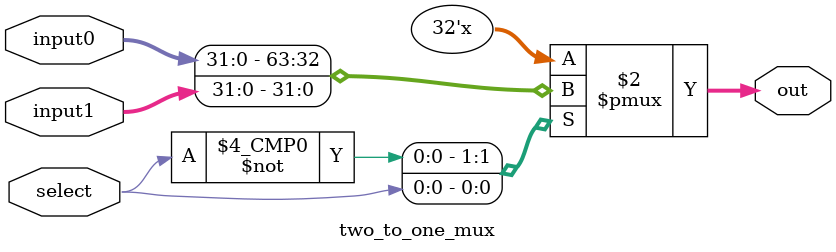
<source format=v>
`define length 32

module two_to_one_mux #(parameter reglength = `length)(out,select,input0,input1);

output reg [reglength-1:0] out;
input [reglength-1:0] input0;
input [reglength-1:0] input1;
input select;

always@(select,input0,input1)
	case(select)
		1'b0: out = input0;
		1'b1: out = input1;
	endcase	
endmodule

</source>
